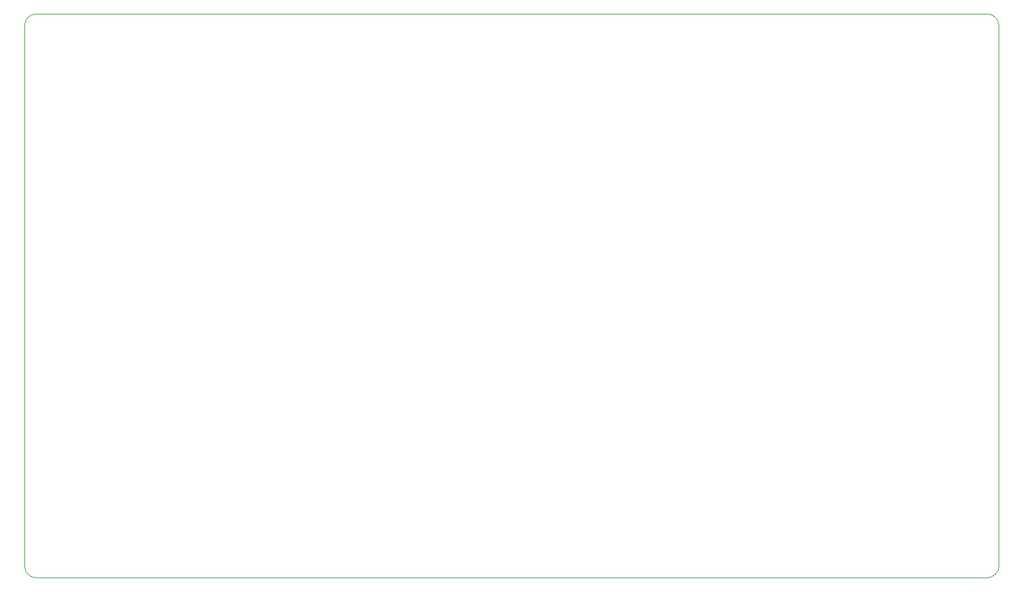
<source format=gbr>
%TF.GenerationSoftware,KiCad,Pcbnew,(5.1.9)-1*%
%TF.CreationDate,2021-03-28T16:49:31-07:00*%
%TF.ProjectId,millipad,6d696c6c-6970-4616-942e-6b696361645f,rev?*%
%TF.SameCoordinates,Original*%
%TF.FileFunction,Profile,NP*%
%FSLAX46Y46*%
G04 Gerber Fmt 4.6, Leading zero omitted, Abs format (unit mm)*
G04 Created by KiCad (PCBNEW (5.1.9)-1) date 2021-03-28 16:49:31*
%MOMM*%
%LPD*%
G01*
G04 APERTURE LIST*
%TA.AperFunction,Profile*%
%ADD10C,0.050000*%
%TD*%
G04 APERTURE END LIST*
D10*
X70643750Y-101600000D02*
X70643750Y-109537500D01*
X200818750Y-111125000D02*
X199231250Y-111125000D01*
X202406250Y-101600000D02*
X202406250Y-109537500D01*
X202406250Y-36512500D02*
X202406250Y-41275000D01*
X70643750Y-36512500D02*
X70643750Y-41275000D01*
X70643750Y-36512500D02*
G75*
G02*
X72231250Y-34925000I1587500J0D01*
G01*
X200818750Y-34925000D02*
G75*
G02*
X202406250Y-36512500I0J-1587500D01*
G01*
X202406250Y-42862500D02*
X202406250Y-41275000D01*
X72231250Y-34925000D02*
X200818750Y-34925000D01*
X70643750Y-42068750D02*
X70643750Y-41275000D01*
X72231250Y-111125000D02*
G75*
G02*
X70643750Y-109537500I0J1587500D01*
G01*
X202406250Y-109537500D02*
G75*
G02*
X200818750Y-111125000I-1587500J0D01*
G01*
X79375000Y-111125000D02*
X72231250Y-111125000D01*
X70643750Y-42068750D02*
X70643750Y-101600000D01*
X202406250Y-101600000D02*
X202406250Y-42862500D01*
X79375000Y-111125000D02*
X199231250Y-111125000D01*
M02*

</source>
